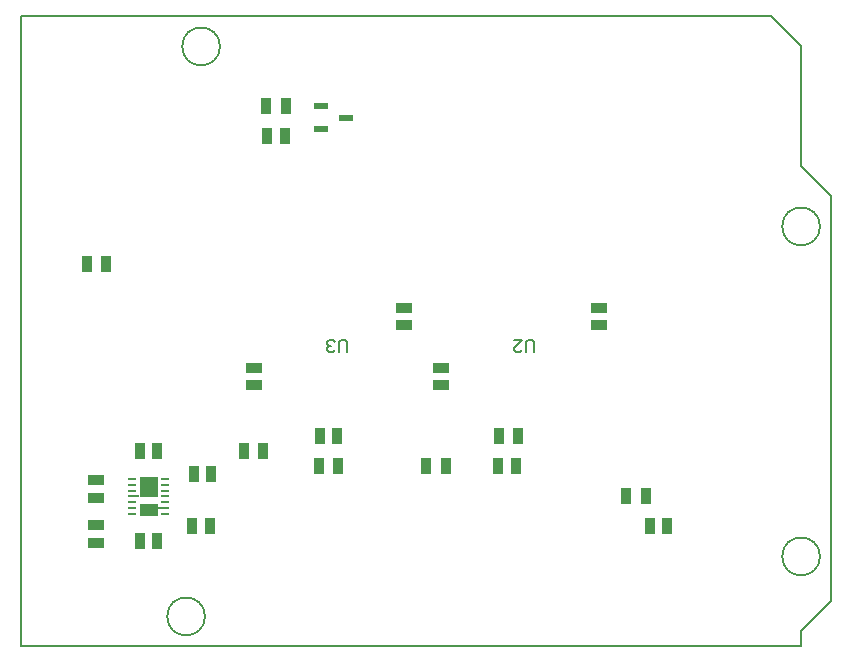
<source format=gtp>
G04*
G04 #@! TF.GenerationSoftware,Altium Limited,Altium Designer,20.0.12 (288)*
G04*
G04 Layer_Color=8421504*
%FSLAX25Y25*%
%MOIN*%
G70*
G01*
G75*
%ADD15C,0.00500*%
%ADD17C,0.00700*%
%ADD18R,0.03347X0.05315*%
%ADD19R,0.05315X0.03740*%
%ADD20R,0.03740X0.05315*%
%ADD21R,0.01181X0.00984*%
%ADD22R,0.01968X0.00984*%
%ADD23R,0.06496X0.04213*%
%ADD24R,0.06496X0.07008*%
%ADD25R,0.02756X0.00984*%
%ADD26R,0.05118X0.02362*%
D15*
X266299Y140000D02*
G03*
X266299Y140000I-6299J0D01*
G01*
X61299Y10000D02*
G03*
X61299Y10000I-6299J0D01*
G01*
X266299Y30000D02*
G03*
X266299Y30000I-6299J0D01*
G01*
X66299Y200000D02*
G03*
X66299Y200000I-6299J0D01*
G01*
X0Y210000D02*
X250000D01*
X0Y0D02*
X260000D01*
X0D02*
Y210000D01*
X250000D02*
X260000Y200000D01*
Y160000D02*
Y200000D01*
Y160000D02*
X270000Y150000D01*
Y15000D02*
Y150000D01*
X260000Y5000D02*
X270000Y15000D01*
X260000Y0D02*
Y5000D01*
D17*
X171000Y98001D02*
Y101334D01*
X170334Y102000D01*
X169001D01*
X168334Y101334D01*
Y98001D01*
X164336Y102000D02*
X167001D01*
X164336Y99334D01*
Y98668D01*
X165002Y98001D01*
X166335D01*
X167001Y98668D01*
X108500Y98001D02*
Y101334D01*
X107834Y102000D01*
X106501D01*
X105834Y101334D01*
Y98001D01*
X104501Y98668D02*
X103835Y98001D01*
X102502D01*
X101836Y98668D01*
Y99334D01*
X102502Y100001D01*
X103168D01*
X102502D01*
X101836Y100667D01*
Y101334D01*
X102502Y102000D01*
X103835D01*
X104501Y101334D01*
D18*
X28341Y127396D02*
D03*
X21845D02*
D03*
X74252Y65000D02*
D03*
X80748D02*
D03*
X208248Y50000D02*
D03*
X201752D02*
D03*
X88248Y180000D02*
D03*
X81752D02*
D03*
X165748Y70000D02*
D03*
X159252D02*
D03*
X105748Y60000D02*
D03*
X99252D02*
D03*
X141496D02*
D03*
X135000D02*
D03*
D19*
X127500Y107047D02*
D03*
Y112953D02*
D03*
X140000Y87047D02*
D03*
Y92953D02*
D03*
X192500Y107047D02*
D03*
Y112953D02*
D03*
X25000Y55453D02*
D03*
Y49547D02*
D03*
Y34547D02*
D03*
Y40453D02*
D03*
X77500Y92953D02*
D03*
Y87047D02*
D03*
D20*
X215453Y40000D02*
D03*
X209547D02*
D03*
X39547Y35000D02*
D03*
X45453D02*
D03*
X57500Y57500D02*
D03*
X63406D02*
D03*
X57047Y40000D02*
D03*
X62953D02*
D03*
X87953Y170000D02*
D03*
X82047D02*
D03*
X159095Y60000D02*
D03*
X165000D02*
D03*
X99547Y70000D02*
D03*
X105453D02*
D03*
X39547Y65000D02*
D03*
X45453D02*
D03*
D21*
X38681Y50000D02*
D03*
D22*
X46043Y46063D02*
D03*
D23*
X42500Y45394D02*
D03*
D24*
Y53012D02*
D03*
D25*
X48012Y55905D02*
D03*
Y53937D02*
D03*
Y51968D02*
D03*
Y50000D02*
D03*
Y48031D02*
D03*
Y46063D02*
D03*
Y44094D02*
D03*
X36988D02*
D03*
Y46063D02*
D03*
Y48031D02*
D03*
Y50000D02*
D03*
Y51968D02*
D03*
Y53937D02*
D03*
Y55905D02*
D03*
D26*
X100000Y180000D02*
D03*
Y172520D02*
D03*
X108268Y176260D02*
D03*
M02*

</source>
